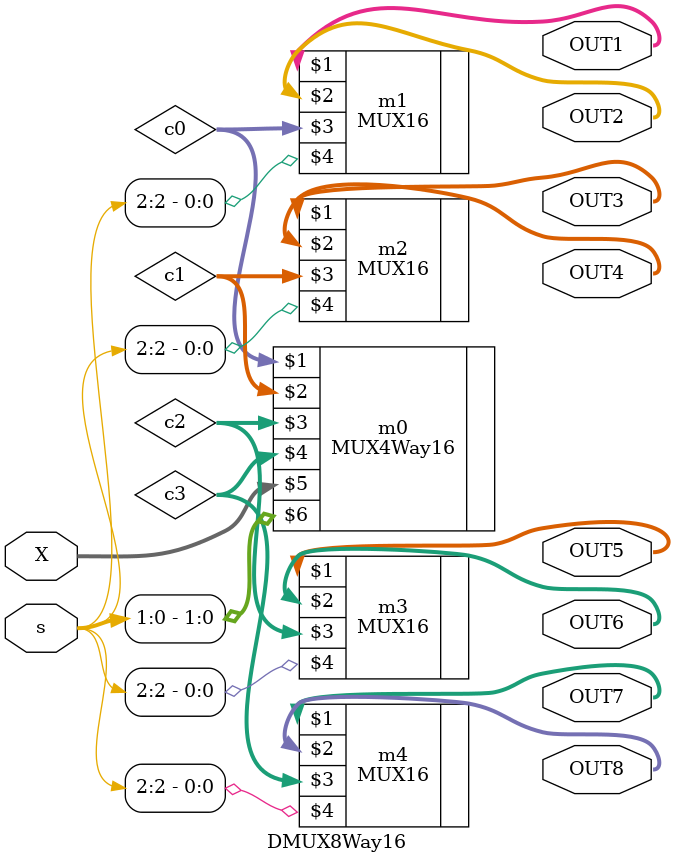
<source format=sv>
`include "DMUX4Way16.sv"
`include "DMUX16.sv"

module DMUX8Way16(
  output [15:0]OUT1,
  output [15:0]OUT2,
  output [15:0]OUT3,
  output [15:0]OUT4,
  output [15:0]OUT5,
  output [15:0]OUT6,
  output [15:0]OUT7,
  output [15:0]OUT8,
  input [15:0]X,
  input [2:0]s
);
   
  wire [15:0]c0;
  wire [15:0]c1;
  wire [15:0]c2;
  wire [15:0]c3;
  
  
  MUX4Way16 m0(c0,c1,c2,c3, X, s[1:0]);
	
  MUX16 m1(OUT1, OUT2, c0, s[2]);
  MUX16 m2(OUT3, OUT4, c1, s[2]);
  MUX16 m3(OUT5, OUT6, c2, s[2]);
  MUX16 m4(OUT7, OUT8, c3, s[2]);

endmodule
</source>
